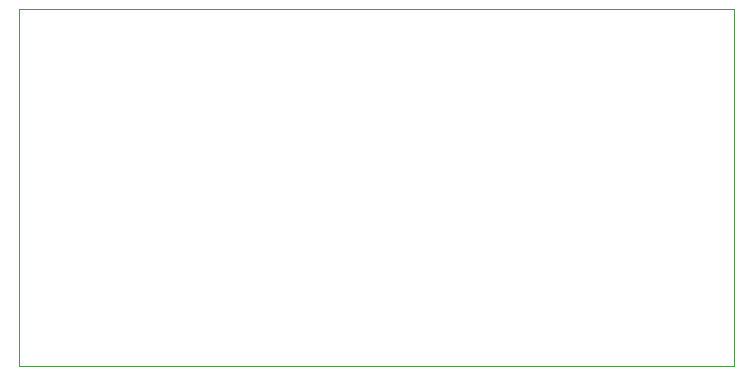
<source format=gbr>
%TF.GenerationSoftware,KiCad,Pcbnew,7.0.6*%
%TF.CreationDate,2024-06-03T18:18:50-04:00*%
%TF.ProjectId,V3,56332e6b-6963-4616-945f-706362585858,rev?*%
%TF.SameCoordinates,Original*%
%TF.FileFunction,Profile,NP*%
%FSLAX46Y46*%
G04 Gerber Fmt 4.6, Leading zero omitted, Abs format (unit mm)*
G04 Created by KiCad (PCBNEW 7.0.6) date 2024-06-03 18:18:50*
%MOMM*%
%LPD*%
G01*
G04 APERTURE LIST*
%TA.AperFunction,Profile*%
%ADD10C,0.100000*%
%TD*%
G04 APERTURE END LIST*
D10*
X95885000Y-128397000D02*
X156464000Y-128397000D01*
X156464000Y-158648400D01*
X95885000Y-158648400D01*
X95885000Y-128397000D01*
M02*

</source>
